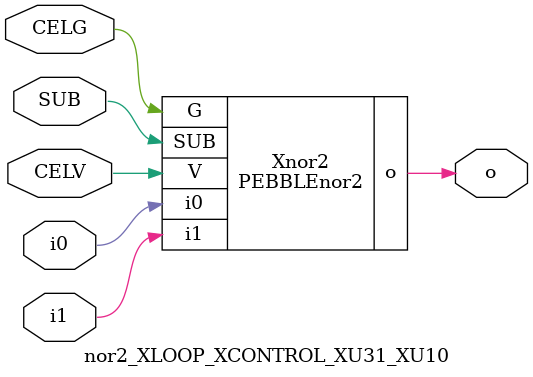
<source format=v>



module PEBBLEnor2 ( o, G, SUB, V, i0, i1 );

  input i0;
  input V;
  input i1;
  input G;
  output o;
  input SUB;
endmodule

//Celera Confidential Do Not Copy nor2_XLOOP_XCONTROL_XU31_XU10
//Celera Confidential Symbol Generator
//nor2
module nor2_XLOOP_XCONTROL_XU31_XU10 (CELV,CELG,i0,i1,o,SUB);
input CELV;
input CELG;
input i0;
input i1;
input SUB;
output o;

//Celera Confidential Do Not Copy nor2
PEBBLEnor2 Xnor2(
.V (CELV),
.i0 (i0),
.i1 (i1),
.o (o),
.SUB (SUB),
.G (CELG)
);
//,diesize,PEBBLEnor2

//Celera Confidential Do Not Copy Module End
//Celera Schematic Generator
endmodule

</source>
